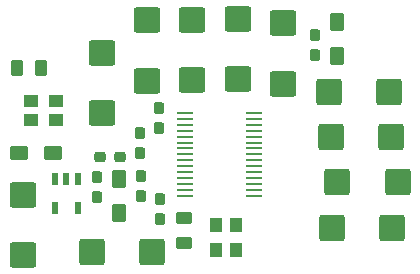
<source format=gbr>
G04 #@! TF.GenerationSoftware,KiCad,Pcbnew,(6.0.5)*
G04 #@! TF.CreationDate,2023-01-29T16:22:37-08:00*
G04 #@! TF.ProjectId,PCM1863,50434d31-3836-4332-9e6b-696361645f70,rev?*
G04 #@! TF.SameCoordinates,Original*
G04 #@! TF.FileFunction,Paste,Top*
G04 #@! TF.FilePolarity,Positive*
%FSLAX46Y46*%
G04 Gerber Fmt 4.6, Leading zero omitted, Abs format (unit mm)*
G04 Created by KiCad (PCBNEW (6.0.5)) date 2023-01-29 16:22:37*
%MOMM*%
%LPD*%
G01*
G04 APERTURE LIST*
G04 Aperture macros list*
%AMRoundRect*
0 Rectangle with rounded corners*
0 $1 Rounding radius*
0 $2 $3 $4 $5 $6 $7 $8 $9 X,Y pos of 4 corners*
0 Add a 4 corners polygon primitive as box body*
4,1,4,$2,$3,$4,$5,$6,$7,$8,$9,$2,$3,0*
0 Add four circle primitives for the rounded corners*
1,1,$1+$1,$2,$3*
1,1,$1+$1,$4,$5*
1,1,$1+$1,$6,$7*
1,1,$1+$1,$8,$9*
0 Add four rect primitives between the rounded corners*
20,1,$1+$1,$2,$3,$4,$5,0*
20,1,$1+$1,$4,$5,$6,$7,0*
20,1,$1+$1,$6,$7,$8,$9,0*
20,1,$1+$1,$8,$9,$2,$3,0*%
G04 Aperture macros list end*
%ADD10R,0.500000X1.050000*%
%ADD11RoundRect,0.200000X-0.537500X-0.425000X0.537500X-0.425000X0.537500X0.425000X-0.537500X0.425000X0*%
%ADD12RoundRect,0.200000X-0.925000X0.875000X-0.925000X-0.875000X0.925000X-0.875000X0.925000X0.875000X0*%
%ADD13RoundRect,0.200000X-0.425000X0.537500X-0.425000X-0.537500X0.425000X-0.537500X0.425000X0.537500X0*%
%ADD14R,1.375000X0.200000*%
%ADD15RoundRect,0.200000X0.875000X0.925000X-0.875000X0.925000X-0.875000X-0.925000X0.875000X-0.925000X0*%
%ADD16RoundRect,0.187500X0.237500X-0.300000X0.237500X0.300000X-0.237500X0.300000X-0.237500X-0.300000X0*%
%ADD17RoundRect,0.187500X-0.237500X0.300000X-0.237500X-0.300000X0.237500X-0.300000X0.237500X0.300000X0*%
%ADD18RoundRect,0.200000X0.925000X-0.875000X0.925000X0.875000X-0.925000X0.875000X-0.925000X-0.875000X0*%
%ADD19RoundRect,0.200000X-0.475000X0.337500X-0.475000X-0.337500X0.475000X-0.337500X0.475000X0.337500X0*%
%ADD20R,1.200000X1.000000*%
%ADD21RoundRect,0.187500X-0.300000X-0.237500X0.300000X-0.237500X0.300000X0.237500X-0.300000X0.237500X0*%
%ADD22R,1.000000X1.200000*%
%ADD23RoundRect,0.200000X0.337500X0.475000X-0.337500X0.475000X-0.337500X-0.475000X0.337500X-0.475000X0*%
G04 APERTURE END LIST*
D10*
G04 #@! TO.C,IC1*
X81500000Y-112650000D03*
X80550000Y-112650000D03*
X79600000Y-112650000D03*
X79600000Y-115150000D03*
X81500000Y-115150000D03*
G04 #@! TD*
D11*
G04 #@! TO.C,C6*
X76525000Y-110500000D03*
X79400000Y-110500000D03*
G04 #@! TD*
D12*
G04 #@! TO.C,C14*
X98900000Y-99500000D03*
X98900000Y-104600000D03*
G04 #@! TD*
G04 #@! TO.C,C18*
X91200000Y-99200000D03*
X91200000Y-104300000D03*
G04 #@! TD*
D13*
G04 #@! TO.C,C11*
X103500000Y-99425000D03*
X103500000Y-102300000D03*
G04 #@! TD*
D14*
G04 #@! TO.C,U1*
X90562000Y-107100000D03*
X90562000Y-107600000D03*
X90562000Y-108100000D03*
X90562000Y-108600000D03*
X90562000Y-109100000D03*
X90562000Y-109600000D03*
X90562000Y-110100000D03*
X90562000Y-110600000D03*
X90562000Y-111100000D03*
X90562000Y-111600000D03*
X90562000Y-112100000D03*
X90562000Y-112600000D03*
X90562000Y-113100000D03*
X90562000Y-113600000D03*
X90562000Y-114100000D03*
X96438000Y-114100000D03*
X96438000Y-113600000D03*
X96438000Y-113100000D03*
X96438000Y-112600000D03*
X96438000Y-112100000D03*
X96438000Y-111600000D03*
X96438000Y-111100000D03*
X96438000Y-110600000D03*
X96438000Y-110100000D03*
X96438000Y-109600000D03*
X96438000Y-109100000D03*
X96438000Y-108600000D03*
X96438000Y-108100000D03*
X96438000Y-107600000D03*
X96438000Y-107100000D03*
G04 #@! TD*
D15*
G04 #@! TO.C,C20*
X107900000Y-105300000D03*
X102800000Y-105300000D03*
G04 #@! TD*
D16*
G04 #@! TO.C,C15*
X88500000Y-116100000D03*
X88500000Y-114375000D03*
G04 #@! TD*
D17*
G04 #@! TO.C,C10*
X88400000Y-106675000D03*
X88400000Y-108400000D03*
G04 #@! TD*
D12*
G04 #@! TO.C,C8*
X83600000Y-102000000D03*
X83600000Y-107100000D03*
G04 #@! TD*
D18*
G04 #@! TO.C,C5*
X76900000Y-119100000D03*
X76900000Y-114000000D03*
G04 #@! TD*
D16*
G04 #@! TO.C,C4*
X83100000Y-112475000D03*
X83100000Y-114200000D03*
G04 #@! TD*
D17*
G04 #@! TO.C,C9*
X86900000Y-112400000D03*
X86900000Y-114125000D03*
G04 #@! TD*
D19*
G04 #@! TO.C,C17*
X90500000Y-116000000D03*
X90500000Y-118075000D03*
G04 #@! TD*
D20*
G04 #@! TO.C,Y1*
X77550000Y-107700000D03*
X79650000Y-107700000D03*
X79650000Y-106050000D03*
X77550000Y-106050000D03*
G04 #@! TD*
D12*
G04 #@! TO.C,C19*
X87400000Y-99250000D03*
X87400000Y-104350000D03*
G04 #@! TD*
D21*
G04 #@! TO.C,C3*
X83375000Y-110800000D03*
X85100000Y-110800000D03*
G04 #@! TD*
D15*
G04 #@! TO.C,C23*
X108100000Y-116800000D03*
X103000000Y-116800000D03*
G04 #@! TD*
D17*
G04 #@! TO.C,C13*
X101600000Y-100475000D03*
X101600000Y-102200000D03*
G04 #@! TD*
D12*
G04 #@! TO.C,C16*
X95100000Y-99150000D03*
X95100000Y-104250000D03*
G04 #@! TD*
D22*
G04 #@! TO.C,Y2*
X94900000Y-118700000D03*
X94900000Y-116600000D03*
X93250000Y-116600000D03*
X93250000Y-118700000D03*
G04 #@! TD*
D15*
G04 #@! TO.C,C22*
X108600000Y-112900000D03*
X103500000Y-112900000D03*
G04 #@! TD*
G04 #@! TO.C,C12*
X87800000Y-118900000D03*
X82700000Y-118900000D03*
G04 #@! TD*
D23*
G04 #@! TO.C,C1*
X76325000Y-103300000D03*
X78400000Y-103300000D03*
G04 #@! TD*
D13*
G04 #@! TO.C,C7*
X85000000Y-112700000D03*
X85000000Y-115575000D03*
G04 #@! TD*
D17*
G04 #@! TO.C,C2*
X86800000Y-108775000D03*
X86800000Y-110500000D03*
G04 #@! TD*
D15*
G04 #@! TO.C,C21*
X108050000Y-109100000D03*
X102950000Y-109100000D03*
G04 #@! TD*
M02*

</source>
